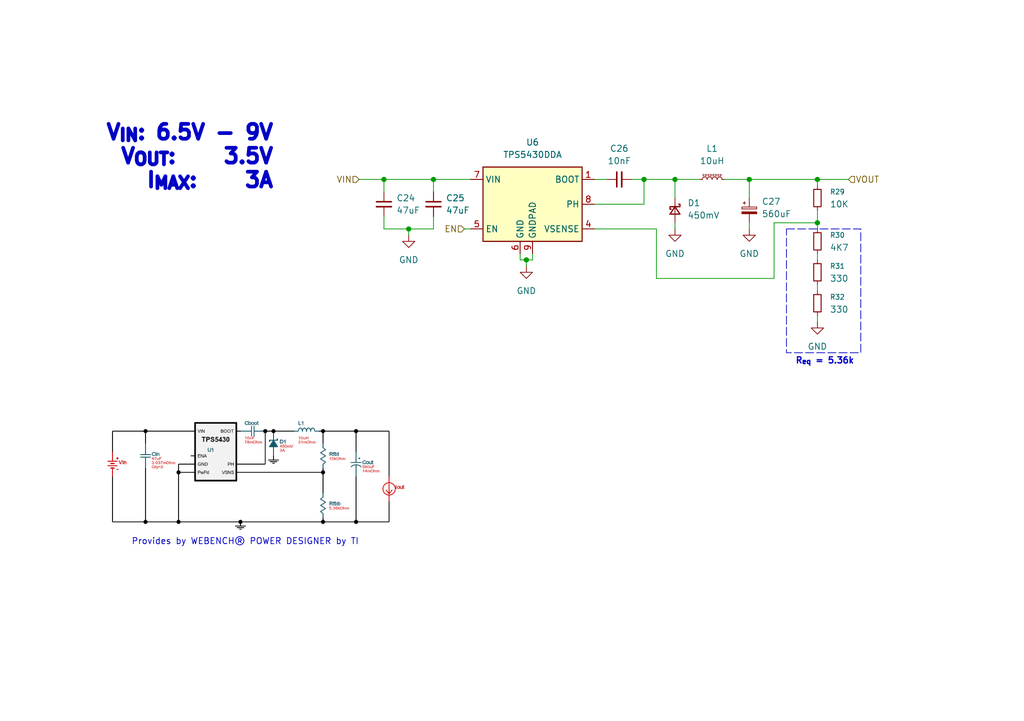
<source format=kicad_sch>
(kicad_sch (version 20250114) (generator "eeschema") (generator_version "9.0")
  (paper "A5")
  (lib_symbols
    (symbol "Device:C_Polarized_Small" (pin_numbers (hide yes)) (pin_names (offset 0.254) (hide yes))
      (property "Reference" "C" (at 0.254 1.778 0))
      (property "Value" "C_Polarized_Small" (at 0.254 -2.032 0))
      (symbol "C_Polarized_Small_0_1"
        (rectangle (start -1.524 0.6858) (end 1.524 0.3048))
        (rectangle (start -1.524 -0.3048) (end 1.524 -0.6858) (fill (type outline)))
        (polyline (pts (xy -1.27 1.524) (xy -0.762 1.524)))
        (polyline (pts (xy -1.016 1.27) (xy -1.016 1.778)))
      )
      (symbol "C_Polarized_Small_1_1"
        (pin passive line (at 0 2.54 270) (length 1.8542) (name "~") (number "1"))
        (pin passive line (at 0 -2.54 90) (length 1.8542) (name "~") (number "2"))
      )
    )
    (symbol "Device:C_Small" (pin_numbers (hide yes)) (pin_names (offset 0.254) (hide yes))
      (property "Reference" "C" (at 0.254 1.778 0))
      (property "Value" "C_Small" (at 0.254 -2.032 0))
      (symbol "C_Small_0_1"
        (polyline (pts (xy -1.524 0.508) (xy 1.524 0.508)) (stroke (width 0.3048)))
        (polyline (pts (xy -1.524 -0.508) (xy 1.524 -0.508)) (stroke (width 0.3302)))
      )
      (symbol "C_Small_1_1"
        (pin passive line (at 0 2.54 270) (length 2.032) (name "~") (number "1"))
        (pin passive line (at 0 -2.54 90) (length 2.032) (name "~") (number "2"))
      )
    )
    (symbol "Device:D_Schottky_Small" (pin_numbers (hide yes)) (pin_names (offset 0.254) (hide yes))
      (property "Reference" "D" (at -1.27 2.032 0))
      (property "Value" "D_Schottky_Small" (at -7.112 -2.032 0))
      (symbol "D_Schottky_Small_0_1"
        (polyline (pts (xy -1.27 0.762) (xy -1.27 1.016) (xy -0.762 1.016) (xy -0.762 -1.016) (xy -0.254 -1.016) (xy -0.254 -0.762)) (stroke (width 0.254)))
        (polyline (pts (xy -0.762 0) (xy 0.762 0)))
        (polyline (pts (xy 0.762 -1.016) (xy -0.762 0) (xy 0.762 1.016) (xy 0.762 -1.016)) (stroke (width 0.254)))
      )
      (symbol "D_Schottky_Small_1_1"
        (pin passive line (at -2.54 0 0) (length 1.778) (name "K") (number "1"))
        (pin passive line (at 2.54 0 180) (length 1.778) (name "A") (number "2"))
      )
    )
    (symbol "Device:L_Ferrite_Small" (pin_numbers (hide yes)) (pin_names (offset 0.254) (hide yes))
      (property "Reference" "L" (at 1.27 1.016 0))
      (property "Value" "L_Ferrite_Small" (at 1.27 -1.27 0))
      (symbol "L_Ferrite_Small_0_1"
        (arc (start 0 2.032) (mid 0.5058 1.524) (end 0 1.016))
        (arc (start 0 1.016) (mid 0.5058 0.508) (end 0 0))
        (arc (start 0 0) (mid 0.5058 -0.508) (end 0 -1.016))
        (arc (start 0 -1.016) (mid 0.5058 -1.524) (end 0 -2.032))
        (polyline (pts (xy 0.762 1.651) (xy 0.762 1.905)))
        (polyline (pts (xy 0.762 1.143) (xy 0.762 1.397)))
        (polyline (pts (xy 0.762 0.635) (xy 0.762 0.889)))
        (polyline (pts (xy 0.762 0.127) (xy 0.762 0.381)))
        (polyline (pts (xy 0.762 -0.381) (xy 0.762 -0.127)))
        (polyline (pts (xy 0.762 -0.889) (xy 0.762 -0.635)))
        (polyline (pts (xy 0.762 -1.397) (xy 0.762 -1.143)))
        (polyline (pts (xy 0.762 -1.905) (xy 0.762 -1.651)))
        (polyline (pts (xy 1.016 1.905) (xy 1.016 1.651)))
        (polyline (pts (xy 1.016 1.397) (xy 1.016 1.143)))
        (polyline (pts (xy 1.016 0.889) (xy 1.016 0.635)))
        (polyline (pts (xy 1.016 0.381) (xy 1.016 0.127)))
        (polyline (pts (xy 1.016 -0.127) (xy 1.016 -0.381)))
        (polyline (pts (xy 1.016 -0.635) (xy 1.016 -0.889)))
        (polyline (pts (xy 1.016 -1.143) (xy 1.016 -1.397)))
        (polyline (pts (xy 1.016 -1.651) (xy 1.016 -1.905)))
      )
      (symbol "L_Ferrite_Small_1_1"
        (pin passive line (at 0 2.54 270) (length 0.508) (name "~") (number "1"))
        (pin passive line (at 0 -2.54 90) (length 0.508) (name "~") (number "2"))
      )
    )
    (symbol "Device:R_Small" (pin_numbers (hide yes)) (pin_names (offset 0.254) (hide yes))
      (property "Reference" "R" (at 0 0 90))
      (property "Value" "R_Small" (at 1.778 0 90))
      (symbol "R_Small_0_1"
        (rectangle (start -0.762 1.778) (end 0.762 -1.778) (stroke (width 0.2032)))
      )
      (symbol "R_Small_1_1"
        (pin passive line (at 0 2.54 270) (length 0.762) (name "~") (number "1"))
        (pin passive line (at 0 -2.54 90) (length 0.762) (name "~") (number "2"))
      )
    )
    (symbol "Regulator_Switching:TPS5430DDA"
      (property "Reference" "U" (at -10.16 8.89 0))
      (property "Value" "TPS5430DDA" (at -1.27 8.89 0))
      (symbol "TPS5430DDA_0_1"
        (rectangle (start -10.16 7.62) (end 10.16 -7.62) (stroke (width 0.254)) (fill (type background)))
      )
      (symbol "TPS5430DDA_1_1"
        (pin power_in line (at -12.7 5.08 0) (length 2.54) (name "VIN") (number "7"))
        (pin input line (at -12.7 -5.08 0) (length 2.54) (name "EN") (number "5"))
        (pin no_connect line (at -10.16 2.54 0) (length 2.54) (hide yes) (name "NC") (number "2"))
        (pin no_connect line (at -10.16 -2.54 0) (length 2.54) (hide yes) (name "NC") (number "3"))
        (pin power_in line (at -2.54 -10.16 90) (length 2.54) (name "GND") (number "6"))
        (pin power_in line (at 0 -10.16 90) (length 2.54) (name "GNDPAD") (number "9"))
        (pin input line (at 12.7 5.08 180) (length 2.54) (name "BOOT") (number "1"))
        (pin output line (at 12.7 0 180) (length 2.54) (name "PH") (number "8"))
        (pin input line (at 12.7 -5.08 180) (length 2.54) (name "VSENSE") (number "4"))
      )
    )
    (symbol "power:GND" (power) (pin_numbers (hide yes)) (pin_names (offset 0) (hide yes))
      (property "Value" "GND" (at 0 -3.81 0))
      (symbol "GND_0_1"
        (polyline (pts (xy 0 0) (xy 0 -1.27) (xy 1.27 -1.27) (xy 0 -2.54) (xy -1.27 -1.27) (xy 0 -1.27)))
      )
      (symbol "GND_1_1"
        (pin power_in line (at 0 0 270) (length 0) (name "~") (number "1"))
      )
    )
  )
  (rectangle (start 161.29 46.99) (end 176.53 72.39) (stroke (width 0) (type dash)))
  (text "R_{eq} = 5.36k\n" (at 169.164 74.168 0) (effects (font (size 1.27 1.27) (thickness 0.254) (bold yes))))
  (text "V_{IN}: 6.5V - 9V\nV_{OUT}:	3.5V\nI_{MAX}: 	3A\n" (at 56.388 32.258 0) (effects (font (size 3.048 3.048) (thickness 0.762) (bold yes)) (justify right)))
  (text "Provides by WEBENCH® POWER DESIGNER by TI" (at 50.292 111.252 0) (effects (font (size 1.27 1.27))))
  (junction (at 153.67 36.83))
  (junction (at 132.08 36.83))
  (junction (at 107.95 53.34))
  (junction (at 78.74 36.83))
  (junction (at 83.82 46.99))
  (junction (at 138.43 36.83))
  (junction (at 88.9 36.83))
  (junction (at 167.64 36.83))
  (junction (at 167.64 45.72))
  (wire (pts (xy 121.92 36.83) (xy 124.46 36.83)))
  (wire (pts (xy 134.62 57.15) (xy 158.75 57.15)))
  (wire (pts (xy 109.22 53.34) (xy 109.22 52.07)))
  (wire (pts (xy 134.62 46.99) (xy 134.62 57.15)))
  (wire (pts (xy 132.08 41.91) (xy 132.08 36.83)))
  (wire (pts (xy 121.92 41.91) (xy 132.08 41.91)))
  (wire (pts (xy 167.64 36.83) (xy 173.99 36.83)))
  (wire (pts (xy 167.64 66.04) (xy 167.64 64.77)))
  (wire (pts (xy 153.67 46.99) (xy 153.67 45.72)))
  (wire (pts (xy 132.08 36.83) (xy 129.54 36.83)))
  (wire (pts (xy 78.74 39.37) (xy 78.74 36.83)))
  (wire (pts (xy 83.82 46.99) (xy 88.9 46.99)))
  (wire (pts (xy 167.64 43.18) (xy 167.64 45.72)))
  (wire (pts (xy 78.74 46.99) (xy 83.82 46.99)))
  (wire (pts (xy 132.08 36.83) (xy 138.43 36.83)))
  (wire (pts (xy 95.25 46.99) (xy 96.52 46.99)))
  (wire (pts (xy 153.67 36.83) (xy 148.59 36.83)))
  (wire (pts (xy 138.43 46.99) (xy 138.43 45.72)))
  (wire (pts (xy 153.67 36.83) (xy 167.64 36.83)))
  (wire (pts (xy 78.74 36.83) (xy 88.9 36.83)))
  (wire (pts (xy 158.75 45.72) (xy 167.64 45.72)))
  (wire (pts (xy 121.92 46.99) (xy 134.62 46.99)))
  (wire (pts (xy 88.9 39.37) (xy 88.9 36.83)))
  (wire (pts (xy 107.95 53.34) (xy 107.95 54.61)))
  (wire (pts (xy 88.9 46.99) (xy 88.9 44.45)))
  (wire (pts (xy 107.95 53.34) (xy 109.22 53.34)))
  (wire (pts (xy 138.43 36.83) (xy 138.43 40.64)))
  (wire (pts (xy 106.68 53.34) (xy 107.95 53.34)))
  (wire (pts (xy 78.74 44.45) (xy 78.74 46.99)))
  (wire (pts (xy 88.9 36.83) (xy 96.52 36.83)))
  (wire (pts (xy 143.51 36.83) (xy 138.43 36.83)))
  (wire (pts (xy 73.66 36.83) (xy 78.74 36.83)))
  (wire (pts (xy 83.82 46.99) (xy 83.82 48.26)))
  (wire (pts (xy 167.64 58.42) (xy 167.64 59.69)))
  (wire (pts (xy 167.64 36.83) (xy 167.64 38.1)))
  (wire (pts (xy 153.67 36.83) (xy 153.67 40.64)))
  (wire (pts (xy 167.64 52.07) (xy 167.64 53.34)))
  (wire (pts (xy 167.64 46.99) (xy 167.64 45.72)))
  (wire (pts (xy 158.75 57.15) (xy 158.75 45.72)))
  (wire (pts (xy 106.68 52.07) (xy 106.68 53.34)))
  (image (at 52.07 97.79))
  (hierarchical_label "VIN" (shape input) (at 73.66 36.83 180))
  (hierarchical_label "EN" (shape input) (at 95.25 46.99 180))
  (hierarchical_label "VOUT" (shape input) (at 173.99 36.83 0))
  (symbol (lib_id "Device:R_Small") (at 167.64 49.53 0) (unit 1)
    (property "Reference" "R30" (at 170.18 48.2599 0) (effects (font (size 1.016 1.016)) (justify left)))
    (property "Value" "4K7" (at 170.18 50.7999 0) (effects (justify left)))
    (property "Description" "Resistor, small symbol" (effects (hide yes)))
    (instances (project "SupplyBoardCompVuelo" (path "" (reference "R30") (unit 1)) (path "" (reference "R34") (unit 1))))
  )
  (symbol (lib_id "Device:C_Polarized_Small") (at 153.67 43.18 0) (unit 1)
    (property "Reference" "C27" (at 156.21 41.3638 0) (effects (justify left)))
    (property "Value" "560uF" (at 156.21 43.9038 0) (effects (justify left)))
    (property "Description" "Polarized capacitor, small symbol" (effects (hide yes)))
    (instances (project "SupplyBoardCompVuelo" (path "" (reference "C27") (unit 1)) (path "" (reference "C31") (unit 1))))
  )
  (symbol (lib_id "power:GND") (at 107.95 54.61 0) (unit 1)
    (property "Reference" "#PWR066" (effects (hide yes)))
    (property "Value" "GND" (at 107.95 59.69 0))
    (property "Description" "Power symbol creates a global label with name \"GND\" , ground" (effects (hide yes)))
    (instances (project "SupplyBoardCompVuelo" (path "" (reference "#PWR066") (unit 1)) (path "" (reference "#PWR071") (unit 1))))
  )
  (symbol (lib_id "Device:R_Small") (at 167.64 55.88 0) (unit 1)
    (property "Reference" "R31" (at 170.18 54.6099 0) (effects (font (size 1.016 1.016)) (justify left)))
    (property "Value" "330" (at 170.18 57.1499 0) (effects (justify left)))
    (property "Description" "Resistor, small symbol" (effects (hide yes)))
    (instances (project "SupplyBoardCompVuelo" (path "" (reference "R31") (unit 1)) (path "" (reference "R35") (unit 1))))
  )
  (symbol (lib_id "power:GND") (at 138.43 46.99 0) (unit 1)
    (property "Reference" "#PWR067" (effects (hide yes)))
    (property "Value" "GND" (at 138.43 52.07 0))
    (property "Description" "Power symbol creates a global label with name \"GND\" , ground" (effects (hide yes)))
    (instances (project "SupplyBoardCompVuelo" (path "" (reference "#PWR067") (unit 1)) (path "" (reference "#PWR072") (unit 1))))
  )
  (symbol (lib_id "Device:D_Schottky_Small") (at 138.43 43.18 270) (unit 1)
    (property "Reference" "D1" (at 140.97 41.6559 90) (effects (justify left)))
    (property "Value" "450mV" (at 140.97 44.1959 90) (effects (justify left)))
    (property "Description" "Schottky diode, small symbol" (effects (hide yes)))
    (instances (project "SupplyBoardCompVuelo" (path "" (reference "D1") (unit 1)) (path "" (reference "D2") (unit 1))))
  )
  (symbol (lib_id "Regulator_Switching:TPS5430DDA") (at 109.22 41.91 0) (unit 1)
    (property "Reference" "U6" (at 109.22 29.21 0))
    (property "Value" "TPS5430DDA" (at 109.22 31.75 0))
    (property "Footprint" "Package_SO:TI_SO-PowerPAD-8_ThermalVias" (effects (hide yes)))
    (property "Datasheet" "http://www.ti.com/lit/ds/symlink/tps5430.pdf" (effects (hide yes)))
    (property "Description" "3A, Step Down Swift Converter, Adjustable Output Voltage, 5.5-36V Input Voltage, PowerSO-8" (effects (hide yes)))
    (instances (project "SupplyBoardCompVuelo" (path "" (reference "U6") (unit 1)) (path "" (reference "U7") (unit 1))))
  )
  (symbol (lib_id "power:GND") (at 167.64 66.04 0) (unit 1)
    (property "Reference" "#PWR069" (effects (hide yes)))
    (property "Value" "GND" (at 167.64 71.12 0))
    (property "Description" "Power symbol creates a global label with name \"GND\" , ground" (effects (hide yes)))
    (instances (project "SupplyBoardCompVuelo" (path "" (reference "#PWR069") (unit 1)) (path "" (reference "#PWR074") (unit 1))))
  )
  (symbol (lib_id "power:GND") (at 83.82 48.26 0) (unit 1)
    (property "Reference" "#PWR065" (effects (hide yes)))
    (property "Value" "GND" (at 83.82 53.34 0))
    (property "Description" "Power symbol creates a global label with name \"GND\" , ground" (effects (hide yes)))
    (instances (project "SupplyBoardCompVuelo" (path "" (reference "#PWR065") (unit 1)) (path "" (reference "#PWR070") (unit 1))))
  )
  (symbol (lib_id "Device:C_Small") (at 88.9 41.91 0) (unit 1)
    (property "Reference" "C25" (at 91.44 40.6462 0) (effects (justify left)))
    (property "Value" "47uF" (at 91.44 43.1862 0) (effects (justify left)))
    (property "Description" "Unpolarized capacitor, small symbol" (effects (hide yes)))
    (instances (project "SupplyBoardCompVuelo" (path "" (reference "C25") (unit 1)) (path "" (reference "C29") (unit 1))))
  )
  (symbol (lib_id "Device:C_Small") (at 127 36.83 90) (unit 1)
    (property "Reference" "C26" (at 127.0063 30.48 90))
    (property "Value" "10nF" (at 127.0063 33.02 90))
    (property "Description" "Unpolarized capacitor, small symbol" (effects (hide yes)))
    (instances (project "SupplyBoardCompVuelo" (path "" (reference "C26") (unit 1)) (path "" (reference "C30") (unit 1))))
  )
  (symbol (lib_id "Device:R_Small") (at 167.64 40.64 0) (unit 1)
    (property "Reference" "R29" (at 170.18 39.3699 0) (effects (font (size 1.016 1.016)) (justify left)))
    (property "Value" "10K" (at 170.18 41.9099 0) (effects (justify left)))
    (property "Description" "Resistor, small symbol" (effects (hide yes)))
    (instances (project "SupplyBoardCompVuelo" (path "" (reference "R29") (unit 1)) (path "" (reference "R33") (unit 1))))
  )
  (symbol (lib_id "Device:L_Ferrite_Small") (at 146.05 36.83 90) (unit 1)
    (property "Reference" "L1" (at 146.05 30.48 90))
    (property "Value" "10uH" (at 146.05 33.02 90))
    (property "Description" "Inductor with ferrite core, small symbol" (effects (hide yes)))
    (instances (project "SupplyBoardCompVuelo" (path "" (reference "L1") (unit 1)) (path "" (reference "L2") (unit 1))))
  )
  (symbol (lib_id "power:GND") (at 153.67 46.99 0) (unit 1)
    (property "Reference" "#PWR068" (effects (hide yes)))
    (property "Value" "GND" (at 153.67 52.07 0))
    (property "Description" "Power symbol creates a global label with name \"GND\" , ground" (effects (hide yes)))
    (instances (project "SupplyBoardCompVuelo" (path "" (reference "#PWR068") (unit 1)) (path "" (reference "#PWR073") (unit 1))))
  )
  (symbol (lib_id "Device:C_Small") (at 78.74 41.91 0) (unit 1)
    (property "Reference" "C24" (at 81.28 40.6462 0) (effects (justify left)))
    (property "Value" "47uF" (at 81.28 43.1862 0) (effects (justify left)))
    (property "Description" "Unpolarized capacitor, small symbol" (effects (hide yes)))
    (instances (project "SupplyBoardCompVuelo" (path "" (reference "C24") (unit 1)) (path "" (reference "C28") (unit 1))))
  )
  (symbol (lib_id "Device:R_Small") (at 167.64 62.23 0) (unit 1)
    (property "Reference" "R32" (at 170.18 60.9599 0) (effects (font (size 1.016 1.016)) (justify left)))
    (property "Value" "330" (at 170.18 63.4999 0) (effects (justify left)))
    (property "Description" "Resistor, small symbol" (effects (hide yes)))
    (instances (project "SupplyBoardCompVuelo" (path "" (reference "R32") (unit 1)) (path "" (reference "R36") (unit 1))))
  )
)
</source>
